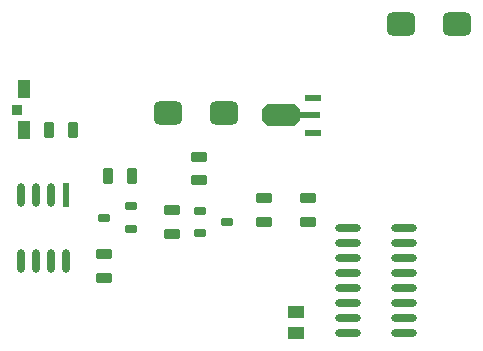
<source format=gtp>
G04 Layer_Color=8421504*
%FSLAX24Y24*%
%MOIN*%
G70*
G01*
G75*
%ADD10R,0.0240X0.0800*%
%ADD11O,0.0240X0.0800*%
%ADD12R,0.0551X0.0236*%
%ADD13R,0.0709X0.0236*%
G04:AMPARAMS|DCode=14|XSize=74.8mil|YSize=126mil|CornerRadius=0mil|HoleSize=0mil|Usage=FLASHONLY|Rotation=270.000|XOffset=0mil|YOffset=0mil|HoleType=Round|Shape=Octagon|*
%AMOCTAGOND14*
4,1,8,0.0630,0.0187,0.0630,-0.0187,0.0443,-0.0374,-0.0443,-0.0374,-0.0630,-0.0187,-0.0630,0.0187,-0.0443,0.0374,0.0443,0.0374,0.0630,0.0187,0.0*
%
%ADD14OCTAGOND14*%

%ADD15O,0.0866X0.0236*%
G04:AMPARAMS|DCode=16|XSize=94.5mil|YSize=78.7mil|CornerRadius=19.7mil|HoleSize=0mil|Usage=FLASHONLY|Rotation=180.000|XOffset=0mil|YOffset=0mil|HoleType=Round|Shape=RoundedRectangle|*
%AMROUNDEDRECTD16*
21,1,0.0945,0.0394,0,0,180.0*
21,1,0.0551,0.0787,0,0,180.0*
1,1,0.0394,-0.0276,0.0197*
1,1,0.0394,0.0276,0.0197*
1,1,0.0394,0.0276,-0.0197*
1,1,0.0394,-0.0276,-0.0197*
%
%ADD16ROUNDEDRECTD16*%
G04:AMPARAMS|DCode=17|XSize=55.1mil|YSize=39.4mil|CornerRadius=2mil|HoleSize=0mil|Usage=FLASHONLY|Rotation=0.000|XOffset=0mil|YOffset=0mil|HoleType=Round|Shape=RoundedRectangle|*
%AMROUNDEDRECTD17*
21,1,0.0551,0.0354,0,0,0.0*
21,1,0.0512,0.0394,0,0,0.0*
1,1,0.0039,0.0256,-0.0177*
1,1,0.0039,-0.0256,-0.0177*
1,1,0.0039,-0.0256,0.0177*
1,1,0.0039,0.0256,0.0177*
%
%ADD17ROUNDEDRECTD17*%
%ADD18R,0.0394X0.0591*%
%ADD19R,0.0354X0.0354*%
G04:AMPARAMS|DCode=20|XSize=51.2mil|YSize=31.5mil|CornerRadius=1.6mil|HoleSize=0mil|Usage=FLASHONLY|Rotation=180.000|XOffset=0mil|YOffset=0mil|HoleType=Round|Shape=RoundedRectangle|*
%AMROUNDEDRECTD20*
21,1,0.0512,0.0283,0,0,180.0*
21,1,0.0480,0.0315,0,0,180.0*
1,1,0.0032,-0.0240,0.0142*
1,1,0.0032,0.0240,0.0142*
1,1,0.0032,0.0240,-0.0142*
1,1,0.0032,-0.0240,-0.0142*
%
%ADD20ROUNDEDRECTD20*%
G04:AMPARAMS|DCode=21|XSize=51.2mil|YSize=31.5mil|CornerRadius=1.6mil|HoleSize=0mil|Usage=FLASHONLY|Rotation=270.000|XOffset=0mil|YOffset=0mil|HoleType=Round|Shape=RoundedRectangle|*
%AMROUNDEDRECTD21*
21,1,0.0512,0.0283,0,0,270.0*
21,1,0.0480,0.0315,0,0,270.0*
1,1,0.0032,-0.0142,-0.0240*
1,1,0.0032,-0.0142,0.0240*
1,1,0.0032,0.0142,0.0240*
1,1,0.0032,0.0142,-0.0240*
%
%ADD21ROUNDEDRECTD21*%
G04:AMPARAMS|DCode=22|XSize=23.6mil|YSize=39.4mil|CornerRadius=3mil|HoleSize=0mil|Usage=FLASHONLY|Rotation=270.000|XOffset=0mil|YOffset=0mil|HoleType=Round|Shape=RoundedRectangle|*
%AMROUNDEDRECTD22*
21,1,0.0236,0.0335,0,0,270.0*
21,1,0.0177,0.0394,0,0,270.0*
1,1,0.0059,-0.0167,-0.0089*
1,1,0.0059,-0.0167,0.0089*
1,1,0.0059,0.0167,0.0089*
1,1,0.0059,0.0167,-0.0089*
%
%ADD22ROUNDEDRECTD22*%
D10*
X2165Y-7480D02*
D03*
D11*
X1165Y-9680D02*
D03*
Y-7480D02*
D03*
X1665D02*
D03*
X2165Y-9680D02*
D03*
X1665D02*
D03*
X665Y-7480D02*
D03*
Y-9680D02*
D03*
D12*
X10394Y-5413D02*
D03*
Y-4232D02*
D03*
D13*
X10315Y-4823D02*
D03*
D14*
X9331D02*
D03*
D15*
X13445Y-12085D02*
D03*
Y-11585D02*
D03*
Y-11085D02*
D03*
Y-10585D02*
D03*
Y-10085D02*
D03*
Y-9585D02*
D03*
Y-9085D02*
D03*
Y-8585D02*
D03*
X11555Y-12085D02*
D03*
Y-11585D02*
D03*
Y-11085D02*
D03*
Y-10585D02*
D03*
Y-10085D02*
D03*
Y-9585D02*
D03*
Y-9085D02*
D03*
Y-8585D02*
D03*
D16*
X15197Y-1772D02*
D03*
X13346D02*
D03*
X7421Y-4724D02*
D03*
X5571D02*
D03*
D17*
X9843Y-11358D02*
D03*
Y-12067D02*
D03*
D18*
X787Y-5315D02*
D03*
Y-3937D02*
D03*
D19*
X532Y-4626D02*
D03*
D20*
X8760Y-8366D02*
D03*
Y-7579D02*
D03*
X10236D02*
D03*
Y-8366D02*
D03*
X6594Y-6201D02*
D03*
Y-6988D02*
D03*
X5709Y-8760D02*
D03*
Y-7972D02*
D03*
X3445Y-10236D02*
D03*
Y-9449D02*
D03*
D21*
X2402Y-5315D02*
D03*
X1614D02*
D03*
X4370Y-6850D02*
D03*
X3583D02*
D03*
D22*
X6634Y-7992D02*
D03*
Y-8740D02*
D03*
X7539Y-8366D02*
D03*
X4350Y-8602D02*
D03*
Y-7854D02*
D03*
X3445Y-8228D02*
D03*
M02*

</source>
